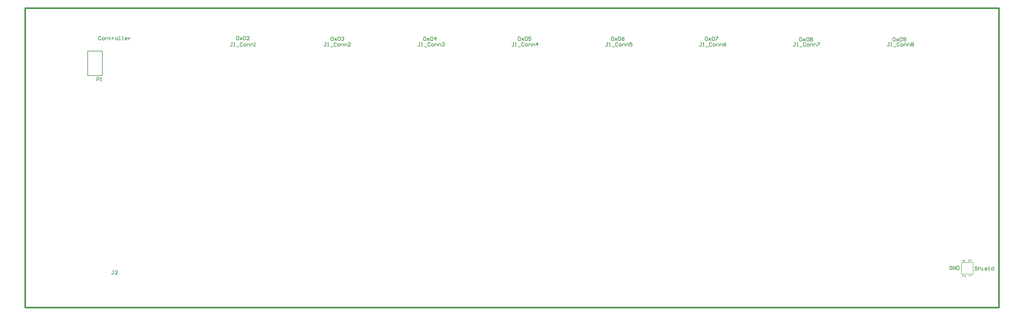
<source format=gto>
G04 Layer_Color=65535*
%FSLAX42Y42*%
%MOMM*%
G71*
G01*
G75*
%ADD12C,0.70*%
%ADD30C,0.25*%
%ADD31C,0.20*%
%ADD32C,0.20*%
D12*
X4648Y5283D02*
X46812Y5283D01*
Y18263D01*
X4648Y18263D02*
X46812Y18263D01*
X4648Y18263D02*
X4648Y5283D01*
D30*
X7351Y15353D02*
Y16407D01*
X7981Y15353D02*
Y16407D01*
X7351Y15353D02*
X7981D01*
X7351Y16407D02*
X7981D01*
X42070Y16777D02*
X42019D01*
X42045D01*
Y16650D01*
X42019Y16624D01*
X41994D01*
X41968Y16650D01*
X42121Y16624D02*
X42172D01*
X42146D01*
Y16777D01*
X42121Y16751D01*
X42248Y16599D02*
X42349D01*
X42502Y16751D02*
X42476Y16777D01*
X42425D01*
X42400Y16751D01*
Y16650D01*
X42425Y16624D01*
X42476D01*
X42502Y16650D01*
X42578Y16624D02*
X42629D01*
X42654Y16650D01*
Y16700D01*
X42629Y16726D01*
X42578D01*
X42552Y16700D01*
Y16650D01*
X42578Y16624D01*
X42705D02*
Y16726D01*
X42781D01*
X42806Y16700D01*
Y16624D01*
X42857D02*
Y16726D01*
X42933D01*
X42959Y16700D01*
Y16624D01*
X43009Y16751D02*
X43035Y16777D01*
X43086D01*
X43111Y16751D01*
Y16726D01*
X43086Y16700D01*
X43111Y16675D01*
Y16650D01*
X43086Y16624D01*
X43035D01*
X43009Y16650D01*
Y16675D01*
X43035Y16700D01*
X43009Y16726D01*
Y16751D01*
X43035Y16700D02*
X43086D01*
X38006Y16777D02*
X37955D01*
X37981D01*
Y16650D01*
X37955Y16624D01*
X37930D01*
X37904Y16650D01*
X38057Y16624D02*
X38108D01*
X38082D01*
Y16777D01*
X38057Y16751D01*
X38184Y16599D02*
X38285D01*
X38438Y16751D02*
X38412Y16777D01*
X38361D01*
X38336Y16751D01*
Y16650D01*
X38361Y16624D01*
X38412D01*
X38438Y16650D01*
X38514Y16624D02*
X38565D01*
X38590Y16650D01*
Y16700D01*
X38565Y16726D01*
X38514D01*
X38488Y16700D01*
Y16650D01*
X38514Y16624D01*
X38641D02*
Y16726D01*
X38717D01*
X38742Y16700D01*
Y16624D01*
X38793D02*
Y16726D01*
X38869D01*
X38895Y16700D01*
Y16624D01*
X38945Y16777D02*
X39047D01*
Y16751D01*
X38945Y16650D01*
Y16624D01*
X33942Y16777D02*
X33891D01*
X33917D01*
Y16650D01*
X33891Y16624D01*
X33866D01*
X33840Y16650D01*
X33993Y16624D02*
X34044D01*
X34018D01*
Y16777D01*
X33993Y16751D01*
X34120Y16599D02*
X34221D01*
X34374Y16751D02*
X34348Y16777D01*
X34297D01*
X34272Y16751D01*
Y16650D01*
X34297Y16624D01*
X34348D01*
X34374Y16650D01*
X34450Y16624D02*
X34501D01*
X34526Y16650D01*
Y16700D01*
X34501Y16726D01*
X34450D01*
X34424Y16700D01*
Y16650D01*
X34450Y16624D01*
X34577D02*
Y16726D01*
X34653D01*
X34678Y16700D01*
Y16624D01*
X34729D02*
Y16726D01*
X34805D01*
X34831Y16700D01*
Y16624D01*
X34983Y16777D02*
X34932Y16751D01*
X34881Y16700D01*
Y16650D01*
X34907Y16624D01*
X34958D01*
X34983Y16650D01*
Y16675D01*
X34958Y16700D01*
X34881D01*
X29878Y16777D02*
X29827D01*
X29853D01*
Y16650D01*
X29827Y16624D01*
X29802D01*
X29776Y16650D01*
X29929Y16624D02*
X29980D01*
X29954D01*
Y16777D01*
X29929Y16751D01*
X30056Y16599D02*
X30157D01*
X30310Y16751D02*
X30284Y16777D01*
X30233D01*
X30208Y16751D01*
Y16650D01*
X30233Y16624D01*
X30284D01*
X30310Y16650D01*
X30386Y16624D02*
X30437D01*
X30462Y16650D01*
Y16700D01*
X30437Y16726D01*
X30386D01*
X30360Y16700D01*
Y16650D01*
X30386Y16624D01*
X30513D02*
Y16726D01*
X30589D01*
X30614Y16700D01*
Y16624D01*
X30665D02*
Y16726D01*
X30741D01*
X30767Y16700D01*
Y16624D01*
X30919Y16777D02*
X30817D01*
Y16700D01*
X30868Y16726D01*
X30894D01*
X30919Y16700D01*
Y16650D01*
X30894Y16624D01*
X30843D01*
X30817Y16650D01*
X25814Y16777D02*
X25763D01*
X25789D01*
Y16650D01*
X25763Y16624D01*
X25738D01*
X25712Y16650D01*
X25865Y16624D02*
X25916D01*
X25890D01*
Y16777D01*
X25865Y16751D01*
X25992Y16599D02*
X26093D01*
X26246Y16751D02*
X26220Y16777D01*
X26169D01*
X26144Y16751D01*
Y16650D01*
X26169Y16624D01*
X26220D01*
X26246Y16650D01*
X26322Y16624D02*
X26373D01*
X26398Y16650D01*
Y16700D01*
X26373Y16726D01*
X26322D01*
X26296Y16700D01*
Y16650D01*
X26322Y16624D01*
X26449D02*
Y16726D01*
X26525D01*
X26550Y16700D01*
Y16624D01*
X26601D02*
Y16726D01*
X26677D01*
X26703Y16700D01*
Y16624D01*
X26830D02*
Y16777D01*
X26753Y16700D01*
X26855D01*
X21750Y16777D02*
X21699D01*
X21725D01*
Y16650D01*
X21699Y16624D01*
X21674D01*
X21648Y16650D01*
X21801Y16624D02*
X21852D01*
X21826D01*
Y16777D01*
X21801Y16751D01*
X21928Y16599D02*
X22029D01*
X22182Y16751D02*
X22156Y16777D01*
X22105D01*
X22080Y16751D01*
Y16650D01*
X22105Y16624D01*
X22156D01*
X22182Y16650D01*
X22258Y16624D02*
X22309D01*
X22334Y16650D01*
Y16700D01*
X22309Y16726D01*
X22258D01*
X22232Y16700D01*
Y16650D01*
X22258Y16624D01*
X22385D02*
Y16726D01*
X22461D01*
X22486Y16700D01*
Y16624D01*
X22537D02*
Y16726D01*
X22613D01*
X22639Y16700D01*
Y16624D01*
X22689Y16751D02*
X22715Y16777D01*
X22766D01*
X22791Y16751D01*
Y16726D01*
X22766Y16700D01*
X22740D01*
X22766D01*
X22791Y16675D01*
Y16650D01*
X22766Y16624D01*
X22715D01*
X22689Y16650D01*
X17686Y16777D02*
X17635D01*
X17661D01*
Y16650D01*
X17635Y16624D01*
X17610D01*
X17584Y16650D01*
X17737Y16624D02*
X17788D01*
X17762D01*
Y16777D01*
X17737Y16751D01*
X17864Y16599D02*
X17965D01*
X18118Y16751D02*
X18092Y16777D01*
X18041D01*
X18016Y16751D01*
Y16650D01*
X18041Y16624D01*
X18092D01*
X18118Y16650D01*
X18194Y16624D02*
X18245D01*
X18270Y16650D01*
Y16700D01*
X18245Y16726D01*
X18194D01*
X18168Y16700D01*
Y16650D01*
X18194Y16624D01*
X18321D02*
Y16726D01*
X18397D01*
X18422Y16700D01*
Y16624D01*
X18473D02*
Y16726D01*
X18549D01*
X18575Y16700D01*
Y16624D01*
X18727D02*
X18625D01*
X18727Y16726D01*
Y16751D01*
X18702Y16777D01*
X18651D01*
X18625Y16751D01*
X8484Y6883D02*
X8433D01*
X8458D01*
Y6756D01*
X8433Y6731D01*
X8407D01*
X8382Y6756D01*
X8636Y6731D02*
X8534D01*
X8636Y6833D01*
Y6858D01*
X8611Y6883D01*
X8560D01*
X8534Y6858D01*
X13622Y16777D02*
X13571D01*
X13597D01*
Y16650D01*
X13571Y16624D01*
X13546D01*
X13520Y16650D01*
X13673Y16624D02*
X13724D01*
X13698D01*
Y16777D01*
X13673Y16751D01*
X13800Y16599D02*
X13901D01*
X14054Y16751D02*
X14028Y16777D01*
X13977D01*
X13952Y16751D01*
Y16650D01*
X13977Y16624D01*
X14028D01*
X14054Y16650D01*
X14130Y16624D02*
X14181D01*
X14206Y16650D01*
Y16700D01*
X14181Y16726D01*
X14130D01*
X14104Y16700D01*
Y16650D01*
X14130Y16624D01*
X14257D02*
Y16726D01*
X14333D01*
X14358Y16700D01*
Y16624D01*
X14409D02*
Y16726D01*
X14485D01*
X14511Y16700D01*
Y16624D01*
X14561D02*
X14612D01*
X14587D01*
Y16777D01*
X14561Y16751D01*
X7747Y15114D02*
Y15266D01*
X7823D01*
X7849Y15241D01*
Y15190D01*
X7823Y15165D01*
X7747D01*
X7899Y15114D02*
X7950D01*
X7925D01*
Y15266D01*
X7899Y15241D01*
X13792Y17020D02*
X13818Y17045D01*
X13868D01*
X13894Y17020D01*
Y16918D01*
X13868Y16893D01*
X13818D01*
X13792Y16918D01*
Y17020D01*
X13945Y16994D02*
X14046Y16893D01*
X13995Y16944D01*
X14046Y16994D01*
X13945Y16893D01*
X14097Y17020D02*
X14122Y17045D01*
X14173D01*
X14198Y17020D01*
Y16918D01*
X14173Y16893D01*
X14122D01*
X14097Y16918D01*
Y17020D01*
X14351Y16893D02*
X14249D01*
X14351Y16994D01*
Y17020D01*
X14325Y17045D01*
X14275D01*
X14249Y17020D01*
X17882Y16994D02*
X17907Y17019D01*
X17958D01*
X17983Y16994D01*
Y16892D01*
X17958Y16867D01*
X17907D01*
X17882Y16892D01*
Y16994D01*
X18034Y16968D02*
X18136Y16867D01*
X18085Y16918D01*
X18136Y16968D01*
X18034Y16867D01*
X18186Y16994D02*
X18212Y17019D01*
X18262D01*
X18288Y16994D01*
Y16892D01*
X18262Y16867D01*
X18212D01*
X18186Y16892D01*
Y16994D01*
X18339D02*
X18364Y17019D01*
X18415D01*
X18440Y16994D01*
Y16968D01*
X18415Y16943D01*
X18389D01*
X18415D01*
X18440Y16918D01*
Y16892D01*
X18415Y16867D01*
X18364D01*
X18339Y16892D01*
X21895Y16994D02*
X21920Y17019D01*
X21971D01*
X21996Y16994D01*
Y16892D01*
X21971Y16867D01*
X21920D01*
X21895Y16892D01*
Y16994D01*
X22047Y16968D02*
X22149Y16867D01*
X22098Y16918D01*
X22149Y16968D01*
X22047Y16867D01*
X22200Y16994D02*
X22225Y17019D01*
X22276D01*
X22301Y16994D01*
Y16892D01*
X22276Y16867D01*
X22225D01*
X22200Y16892D01*
Y16994D01*
X22428Y16867D02*
Y17019D01*
X22352Y16943D01*
X22453D01*
X25984Y16994D02*
X26010Y17019D01*
X26060D01*
X26086Y16994D01*
Y16892D01*
X26060Y16867D01*
X26010D01*
X25984Y16892D01*
Y16994D01*
X26137Y16968D02*
X26238Y16867D01*
X26187Y16918D01*
X26238Y16968D01*
X26137Y16867D01*
X26289Y16994D02*
X26314Y17019D01*
X26365D01*
X26390Y16994D01*
Y16892D01*
X26365Y16867D01*
X26314D01*
X26289Y16892D01*
Y16994D01*
X26543Y17019D02*
X26441D01*
Y16943D01*
X26492Y16968D01*
X26517D01*
X26543Y16943D01*
Y16892D01*
X26517Y16867D01*
X26467D01*
X26441Y16892D01*
X30023Y16994D02*
X30048Y17019D01*
X30099D01*
X30124Y16994D01*
Y16892D01*
X30099Y16867D01*
X30048D01*
X30023Y16892D01*
Y16994D01*
X30175Y16968D02*
X30277Y16867D01*
X30226Y16918D01*
X30277Y16968D01*
X30175Y16867D01*
X30328Y16994D02*
X30353Y17019D01*
X30404D01*
X30429Y16994D01*
Y16892D01*
X30404Y16867D01*
X30353D01*
X30328Y16892D01*
Y16994D01*
X30581Y17019D02*
X30531Y16994D01*
X30480Y16943D01*
Y16892D01*
X30505Y16867D01*
X30556D01*
X30581Y16892D01*
Y16918D01*
X30556Y16943D01*
X30480D01*
X34087Y16994D02*
X34112Y17019D01*
X34163D01*
X34188Y16994D01*
Y16892D01*
X34163Y16867D01*
X34112D01*
X34087Y16892D01*
Y16994D01*
X34239Y16968D02*
X34341Y16867D01*
X34290Y16918D01*
X34341Y16968D01*
X34239Y16867D01*
X34392Y16994D02*
X34417Y17019D01*
X34468D01*
X34493Y16994D01*
Y16892D01*
X34468Y16867D01*
X34417D01*
X34392Y16892D01*
Y16994D01*
X34544Y17019D02*
X34645D01*
Y16994D01*
X34544Y16892D01*
Y16867D01*
X38176Y16968D02*
X38202Y16994D01*
X38252D01*
X38278Y16968D01*
Y16867D01*
X38252Y16841D01*
X38202D01*
X38176Y16867D01*
Y16968D01*
X38329Y16943D02*
X38430Y16841D01*
X38379Y16892D01*
X38430Y16943D01*
X38329Y16841D01*
X38481Y16968D02*
X38506Y16994D01*
X38557D01*
X38582Y16968D01*
Y16867D01*
X38557Y16841D01*
X38506D01*
X38481Y16867D01*
Y16968D01*
X38633D02*
X38659Y16994D01*
X38709D01*
X38735Y16968D01*
Y16943D01*
X38709Y16918D01*
X38735Y16892D01*
Y16867D01*
X38709Y16841D01*
X38659D01*
X38633Y16867D01*
Y16892D01*
X38659Y16918D01*
X38633Y16943D01*
Y16968D01*
X38659Y16918D02*
X38709D01*
X42215Y16968D02*
X42240Y16994D01*
X42291D01*
X42316Y16968D01*
Y16867D01*
X42291Y16841D01*
X42240D01*
X42215Y16867D01*
Y16968D01*
X42367Y16943D02*
X42469Y16841D01*
X42418Y16892D01*
X42469Y16943D01*
X42367Y16841D01*
X42520Y16968D02*
X42545Y16994D01*
X42596D01*
X42621Y16968D01*
Y16867D01*
X42596Y16841D01*
X42545D01*
X42520Y16867D01*
Y16968D01*
X42672Y16867D02*
X42697Y16841D01*
X42748D01*
X42773Y16867D01*
Y16968D01*
X42748Y16994D01*
X42697D01*
X42672Y16968D01*
Y16943D01*
X42697Y16918D01*
X42773D01*
X7925Y17018D02*
X7899Y17043D01*
X7849D01*
X7823Y17018D01*
Y16916D01*
X7849Y16891D01*
X7899D01*
X7925Y16916D01*
X8001Y16891D02*
X8052D01*
X8077Y16916D01*
Y16967D01*
X8052Y16993D01*
X8001D01*
X7976Y16967D01*
Y16916D01*
X8001Y16891D01*
X8128D02*
Y16993D01*
X8204D01*
X8229Y16967D01*
Y16891D01*
X8306Y17018D02*
Y16993D01*
X8280D01*
X8331D01*
X8306D01*
Y16916D01*
X8331Y16891D01*
X8407Y16993D02*
Y16891D01*
Y16942D01*
X8433Y16967D01*
X8458Y16993D01*
X8483D01*
X8585Y16891D02*
X8636D01*
X8661Y16916D01*
Y16967D01*
X8636Y16993D01*
X8585D01*
X8560Y16967D01*
Y16916D01*
X8585Y16891D01*
X8712D02*
X8763D01*
X8737D01*
Y17043D01*
X8712D01*
X8839Y16891D02*
X8890D01*
X8864D01*
Y17043D01*
X8839D01*
X9042Y16891D02*
X8991D01*
X8966Y16916D01*
Y16967D01*
X8991Y16993D01*
X9042D01*
X9067Y16967D01*
Y16942D01*
X8966D01*
X9118Y16993D02*
Y16891D01*
Y16942D01*
X9144Y16967D01*
X9169Y16993D01*
X9194D01*
X44780Y7061D02*
X44755Y7087D01*
X44704D01*
X44679Y7061D01*
Y6960D01*
X44704Y6934D01*
X44755D01*
X44780Y6960D01*
Y7010D01*
X44729D01*
X44831Y6934D02*
Y7087D01*
X44933Y6934D01*
Y7087D01*
X44983D02*
Y6934D01*
X45059D01*
X45085Y6960D01*
Y7061D01*
X45059Y7087D01*
X44983D01*
X45872Y7036D02*
X45847Y7061D01*
X45796D01*
X45771Y7036D01*
Y7010D01*
X45796Y6985D01*
X45847D01*
X45872Y6960D01*
Y6934D01*
X45847Y6909D01*
X45796D01*
X45771Y6934D01*
X45923Y7061D02*
Y6909D01*
Y6985D01*
X45949Y7010D01*
X45999D01*
X46025Y6985D01*
Y6909D01*
X46076D02*
X46126D01*
X46101D01*
Y7010D01*
X46076D01*
X46279Y6909D02*
X46228D01*
X46202Y6934D01*
Y6985D01*
X46228Y7010D01*
X46279D01*
X46304Y6985D01*
Y6960D01*
X46202D01*
X46355Y6909D02*
X46406D01*
X46380D01*
Y7061D01*
X46355D01*
X46583D02*
Y6909D01*
X46507D01*
X46482Y6934D01*
Y6985D01*
X46507Y7010D01*
X46583D01*
D31*
X45695Y6731D02*
Y7239D01*
X45187D02*
X45695D01*
X45187Y6731D02*
X45695D01*
X45187D02*
Y7239D01*
D32*
X45513Y7264D02*
X45491Y7286D01*
Y7328D01*
X45513Y7349D01*
X45534D01*
X45555Y7328D01*
Y7307D01*
Y7328D01*
X45576Y7349D01*
X45597D01*
X45618Y7328D01*
Y7286D01*
X45597Y7264D01*
X45364Y7328D02*
X45237D01*
X45301Y7264D01*
Y7349D01*
X45364Y6689D02*
Y6604D01*
X45280Y6689D01*
X45259D01*
X45237Y6667D01*
Y6625D01*
X45259Y6604D01*
X45618Y6655D02*
Y6697D01*
Y6676D01*
X45491D01*
X45513Y6655D01*
M02*

</source>
